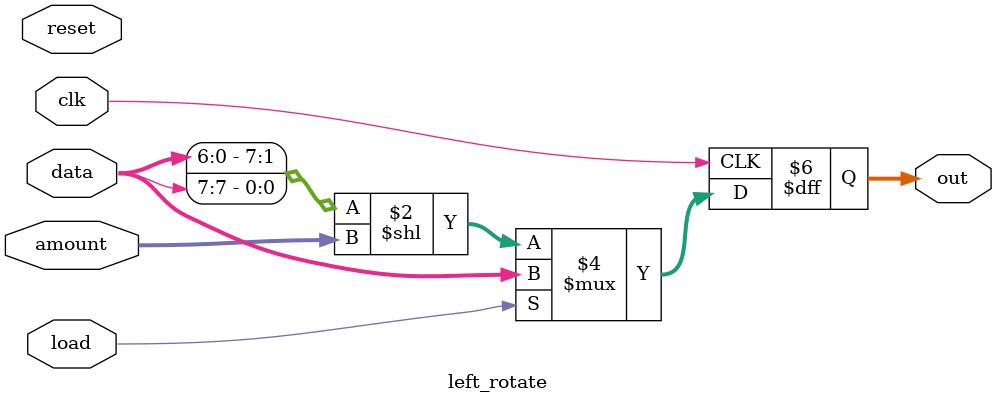
<source format=v>
module left_rotate(clk,reset,amount,data,load,out);
input clk,reset;
input [2:0] amount;
input [7:0] data;
input load;
output reg [7:0] out;
// when load is high, load data to out
// otherwise rotate the out register followed by left shift the out register by amount bits
always@(posedge clk)
begin
	if(load)
	begin
	out=data;
	end
	else
	begin
	out={data[6:0],data[7]};
	out=out<<amount;
	end
	end
endmodule

</source>
